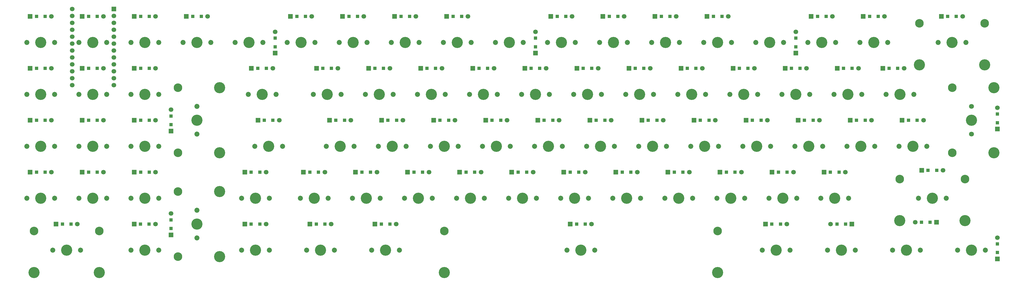
<source format=gts>
G04 #@! TF.GenerationSoftware,KiCad,Pcbnew,5.1.6*
G04 #@! TF.CreationDate,2020-07-30T11:30:43-04:00*
G04 #@! TF.ProjectId,southpawpcb,736f7574-6870-4617-9770-63622e6b6963,rev?*
G04 #@! TF.SameCoordinates,Original*
G04 #@! TF.FileFunction,Soldermask,Top*
G04 #@! TF.FilePolarity,Negative*
%FSLAX46Y46*%
G04 Gerber Fmt 4.6, Leading zero omitted, Abs format (unit mm)*
G04 Created by KiCad (PCBNEW 5.1.6) date 2020-07-30 11:30:43*
%MOMM*%
%LPD*%
G01*
G04 APERTURE LIST*
%ADD10R,1.700000X1.700000*%
%ADD11C,1.700000*%
%ADD12C,4.087800*%
%ADD13C,1.850000*%
%ADD14R,1.300000X1.300000*%
%ADD15C,3.148000*%
%ADD16C,1.801800*%
G04 APERTURE END LIST*
D10*
G04 #@! TO.C,U1*
X50582500Y23457600D03*
D11*
X50582500Y20917600D03*
X50582500Y18377600D03*
X50582500Y15837600D03*
X50582500Y13297600D03*
X50582500Y10757600D03*
X50582500Y8217600D03*
X50582500Y5677600D03*
X50582500Y3137600D03*
X50582500Y597600D03*
X50582500Y-1942400D03*
X50582500Y-4482400D03*
X35342500Y-4482400D03*
X35342500Y-1942400D03*
X35342500Y597600D03*
X35342500Y3137600D03*
X35342500Y5677600D03*
X35342500Y8217600D03*
X35342500Y10757600D03*
X35342500Y13297600D03*
X35342500Y15837600D03*
X35342500Y18377600D03*
X35342500Y20917600D03*
X35342500Y23457600D03*
G04 #@! TD*
D12*
G04 #@! TO.C,K46*
X228643000Y-26900000D03*
D13*
X223563000Y-26900000D03*
X233723000Y-26900000D03*
G04 #@! TD*
D14*
G04 #@! TO.C,D7*
X136581000Y20725000D03*
X139731000Y20725000D03*
D10*
X134256000Y20725000D03*
D11*
X142056000Y20725000D03*
G04 #@! TD*
D12*
G04 #@! TO.C,K65*
X257219000Y-45950000D03*
D13*
X252139000Y-45950000D03*
X262299000Y-45950000D03*
G04 #@! TD*
D11*
G04 #@! TO.C,D48*
X270643000Y-17375000D03*
D10*
X262843000Y-17375000D03*
D14*
X268318000Y-17375000D03*
X265168000Y-17375000D03*
G04 #@! TD*
D12*
G04 #@! TO.C,K77*
X316750000Y-65000000D03*
D13*
X311670000Y-65000000D03*
X321830000Y-65000000D03*
G04 #@! TD*
D14*
G04 #@! TO.C,D72*
X100819000Y-55475000D03*
X103969000Y-55475000D03*
D10*
X98494000Y-55475000D03*
D11*
X106294000Y-55475000D03*
G04 #@! TD*
D13*
G04 #@! TO.C,K59*
X147999000Y-45950000D03*
X137839000Y-45950000D03*
D12*
X142919000Y-45950000D03*
G04 #@! TD*
D14*
G04 #@! TO.C,D39*
X60381200Y-17375000D03*
X63531200Y-17375000D03*
D10*
X58056200Y-17375000D03*
D11*
X65856200Y-17375000D03*
G04 #@! TD*
D13*
G04 #@! TO.C,K25*
X152761000Y-7850000D03*
X142601000Y-7850000D03*
D12*
X147681000Y-7850000D03*
G04 #@! TD*
G04 #@! TO.C,K8*
X157206000Y11200000D03*
D13*
X152126000Y11200000D03*
X162286000Y11200000D03*
G04 #@! TD*
D11*
G04 #@! TO.C,D2*
X46806200Y20725000D03*
D10*
X39006200Y20725000D03*
D14*
X44481200Y20725000D03*
X41331200Y20725000D03*
G04 #@! TD*
D11*
G04 #@! TO.C,D50*
X308743000Y-17375000D03*
D10*
X300943000Y-17375000D03*
D14*
X306418000Y-17375000D03*
X303268000Y-17375000D03*
G04 #@! TD*
D12*
G04 #@! TO.C,K28*
X204831000Y-7850000D03*
D13*
X199751000Y-7850000D03*
X209911000Y-7850000D03*
G04 #@! TD*
D14*
G04 #@! TO.C,D21*
X60381200Y1675000D03*
X63531200Y1675000D03*
D10*
X58056200Y1675000D03*
D11*
X65856200Y1675000D03*
G04 #@! TD*
G04 #@! TO.C,D53*
X27756200Y-36425000D03*
D10*
X19956200Y-36425000D03*
D14*
X25431200Y-36425000D03*
X22281200Y-36425000D03*
G04 #@! TD*
D11*
G04 #@! TO.C,D26*
X170631000Y1675000D03*
D10*
X162831000Y1675000D03*
D14*
X168306000Y1675000D03*
X165156000Y1675000D03*
G04 #@! TD*
G04 #@! TO.C,D60*
X160394000Y-36425000D03*
X163544000Y-36425000D03*
D10*
X158069000Y-36425000D03*
D11*
X165869000Y-36425000D03*
G04 #@! TD*
G04 #@! TO.C,D42*
X156343000Y-17375000D03*
D10*
X148543000Y-17375000D03*
D14*
X154018000Y-17375000D03*
X150868000Y-17375000D03*
G04 #@! TD*
D11*
G04 #@! TO.C,D4*
X84906200Y20725000D03*
D10*
X77106200Y20725000D03*
D14*
X82581200Y20725000D03*
X79431200Y20725000D03*
G04 #@! TD*
D12*
G04 #@! TO.C,K27*
X185781000Y-7850000D03*
D13*
X180701000Y-7850000D03*
X190861000Y-7850000D03*
G04 #@! TD*
D14*
G04 #@! TO.C,D3*
X60381200Y20725000D03*
X63531200Y20725000D03*
D10*
X58056200Y20725000D03*
D11*
X65856200Y20725000D03*
G04 #@! TD*
D12*
G04 #@! TO.C,K5*
X100056000Y11200000D03*
D13*
X94976000Y11200000D03*
X105136000Y11200000D03*
G04 #@! TD*
G04 #@! TO.C,K64*
X243249000Y-45950000D03*
X233089000Y-45950000D03*
D12*
X238169000Y-45950000D03*
G04 #@! TD*
D14*
G04 #@! TO.C,D25*
X146106000Y1675000D03*
X149256000Y1675000D03*
D10*
X143781000Y1675000D03*
D11*
X151581000Y1675000D03*
G04 #@! TD*
G04 #@! TO.C,D71*
X65812500Y-55475000D03*
D10*
X58012500Y-55475000D03*
D14*
X63487500Y-55475000D03*
X60337500Y-55475000D03*
G04 #@! TD*
D13*
G04 #@! TO.C,K67*
X300399000Y-45950000D03*
X290239000Y-45950000D03*
D12*
X295319000Y-45950000D03*
G04 #@! TD*
D11*
G04 #@! TO.C,D78*
X343762000Y-54768800D03*
D10*
X351562000Y-54768800D03*
D14*
X346087000Y-54768800D03*
X349237000Y-54768800D03*
G04 #@! TD*
D11*
G04 #@! TO.C,D77*
X312806000Y-55475000D03*
D10*
X320606000Y-55475000D03*
D14*
X315131000Y-55475000D03*
X318281000Y-55475000D03*
G04 #@! TD*
G04 #@! TO.C,D45*
X208018000Y-17375000D03*
X211168000Y-17375000D03*
D10*
X205693000Y-17375000D03*
D11*
X213493000Y-17375000D03*
G04 #@! TD*
G04 #@! TO.C,D16*
X313506000Y20725000D03*
D10*
X305706000Y20725000D03*
D14*
X311181000Y20725000D03*
X308031000Y20725000D03*
G04 #@! TD*
D12*
G04 #@! TO.C,K26*
X166731000Y-7850000D03*
D13*
X161651000Y-7850000D03*
X171811000Y-7850000D03*
G04 #@! TD*
G04 #@! TO.C,K6*
X124186000Y11200000D03*
X114026000Y11200000D03*
D12*
X119106000Y11200000D03*
G04 #@! TD*
D11*
G04 #@! TO.C,D22*
X71481200Y-13475000D03*
D10*
X71481200Y-21275000D03*
D14*
X71481200Y-15800000D03*
X71481200Y-18950000D03*
G04 #@! TD*
D11*
G04 #@! TO.C,D10*
X204831000Y15100000D03*
D10*
X204831000Y7300000D03*
D14*
X204831000Y12775000D03*
X204831000Y9625000D03*
G04 #@! TD*
D13*
G04 #@! TO.C,K30*
X248011000Y-7850000D03*
X237851000Y-7850000D03*
D12*
X242931000Y-7850000D03*
G04 #@! TD*
D14*
G04 #@! TO.C,D54*
X41331200Y-36425000D03*
X44481200Y-36425000D03*
D10*
X39006200Y-36425000D03*
D11*
X46806200Y-36425000D03*
G04 #@! TD*
D14*
G04 #@! TO.C,D19*
X22281200Y1675000D03*
X25431200Y1675000D03*
D10*
X19956200Y1675000D03*
D11*
X27756200Y1675000D03*
G04 #@! TD*
D13*
G04 #@! TO.C,K35*
X343261000Y-7850000D03*
X333101000Y-7850000D03*
D12*
X338181000Y-7850000D03*
G04 #@! TD*
D14*
G04 #@! TO.C,D57*
X100819000Y-36425000D03*
X103969000Y-36425000D03*
D10*
X98494000Y-36425000D03*
D11*
X106294000Y-36425000D03*
G04 #@! TD*
D13*
G04 #@! TO.C,K31*
X267061000Y-7850000D03*
X256901000Y-7850000D03*
D12*
X261981000Y-7850000D03*
G04 #@! TD*
D14*
G04 #@! TO.C,D47*
X246118000Y-17375000D03*
X249268000Y-17375000D03*
D10*
X243793000Y-17375000D03*
D11*
X251593000Y-17375000D03*
G04 #@! TD*
D14*
G04 #@! TO.C,D15*
X300081000Y9625000D03*
X300081000Y12775000D03*
D10*
X300081000Y7300000D03*
D11*
X300081000Y15100000D03*
G04 #@! TD*
G04 #@! TO.C,D67*
X299219000Y-36425000D03*
D10*
X291419000Y-36425000D03*
D14*
X296894000Y-36425000D03*
X293744000Y-36425000D03*
G04 #@! TD*
D12*
G04 #@! TO.C,K40*
X107200000Y-26900000D03*
D13*
X102120000Y-26900000D03*
X112280000Y-26900000D03*
G04 #@! TD*
D12*
G04 #@! TO.C,K63*
X219119000Y-45950000D03*
D13*
X214039000Y-45950000D03*
X224199000Y-45950000D03*
G04 #@! TD*
G04 #@! TO.C,K41*
X138473000Y-26900000D03*
X128313000Y-26900000D03*
D12*
X133393000Y-26900000D03*
G04 #@! TD*
D11*
G04 #@! TO.C,D36*
X373856000Y-12768800D03*
D10*
X373856000Y-20568800D03*
D14*
X373856000Y-15093800D03*
X373856000Y-18243800D03*
G04 #@! TD*
G04 #@! TO.C,D62*
X198494000Y-36425000D03*
X201644000Y-36425000D03*
D10*
X196169000Y-36425000D03*
D11*
X203969000Y-36425000D03*
G04 #@! TD*
D14*
G04 #@! TO.C,D61*
X179444000Y-36425000D03*
X182594000Y-36425000D03*
D10*
X177119000Y-36425000D03*
D11*
X184919000Y-36425000D03*
G04 #@! TD*
G04 #@! TO.C,D52*
X346800000Y-17375000D03*
D10*
X339000000Y-17375000D03*
D14*
X344475000Y-17375000D03*
X341325000Y-17375000D03*
G04 #@! TD*
D12*
G04 #@! TO.C,K43*
X171493000Y-26900000D03*
D13*
X166413000Y-26900000D03*
X176573000Y-26900000D03*
G04 #@! TD*
G04 #@! TO.C,K73*
X131286000Y-65000000D03*
X121126000Y-65000000D03*
D12*
X126206000Y-65000000D03*
G04 #@! TD*
D14*
G04 #@! TO.C,D37*
X22281200Y-17375000D03*
X25431200Y-17375000D03*
D10*
X19956200Y-17375000D03*
D11*
X27756200Y-17375000D03*
G04 #@! TD*
D12*
G04 #@! TO.C,K49*
X285793000Y-26900000D03*
D13*
X280713000Y-26900000D03*
X290873000Y-26900000D03*
G04 #@! TD*
G04 #@! TO.C,K72*
X107474000Y-65000000D03*
X97314000Y-65000000D03*
D12*
X102394000Y-65000000D03*
G04 #@! TD*
D14*
G04 #@! TO.C,D65*
X255644000Y-36425000D03*
X258794000Y-36425000D03*
D10*
X253319000Y-36425000D03*
D11*
X261119000Y-36425000D03*
G04 #@! TD*
D12*
G04 #@! TO.C,K15*
X290556000Y11200000D03*
D13*
X285476000Y11200000D03*
X295636000Y11200000D03*
G04 #@! TD*
D14*
G04 #@! TO.C,D14*
X269931000Y20725000D03*
X273081000Y20725000D03*
D10*
X267606000Y20725000D03*
D11*
X275406000Y20725000D03*
G04 #@! TD*
D14*
G04 #@! TO.C,D68*
X312750000Y-36425000D03*
X315900000Y-36425000D03*
D10*
X310425000Y-36425000D03*
D11*
X318225000Y-36425000D03*
G04 #@! TD*
G04 #@! TO.C,D18*
X361131000Y20725000D03*
D10*
X353331000Y20725000D03*
D14*
X358806000Y20725000D03*
X355656000Y20725000D03*
G04 #@! TD*
D11*
G04 #@! TO.C,D38*
X46806200Y-17375000D03*
D10*
X39006200Y-17375000D03*
D14*
X44481200Y-17375000D03*
X41331200Y-17375000D03*
G04 #@! TD*
D11*
G04 #@! TO.C,D12*
X237306000Y20725000D03*
D10*
X229506000Y20725000D03*
D14*
X234981000Y20725000D03*
X231831000Y20725000D03*
G04 #@! TD*
D12*
G04 #@! TO.C,K22*
X89261200Y-5437000D03*
X89261200Y-29313000D03*
D15*
X74021200Y-5437000D03*
X74021200Y-29313000D03*
D13*
X81006200Y-12295000D03*
X81006200Y-22455000D03*
D12*
X81006200Y-17375000D03*
G04 #@! TD*
D11*
G04 #@! TO.C,D58*
X127769000Y-36425000D03*
D10*
X119969000Y-36425000D03*
D14*
X125444000Y-36425000D03*
X122294000Y-36425000D03*
G04 #@! TD*
D11*
G04 #@! TO.C,D34*
X323031000Y1675000D03*
D10*
X315231000Y1675000D03*
D14*
X320706000Y1675000D03*
X317556000Y1675000D03*
G04 #@! TD*
D11*
G04 #@! TO.C,D20*
X46806200Y1675000D03*
D10*
X39006200Y1675000D03*
D14*
X44481200Y1675000D03*
X41331200Y1675000D03*
G04 #@! TD*
G04 #@! TO.C,D69*
X348469000Y-35718800D03*
X351619000Y-35718800D03*
D10*
X346144000Y-35718800D03*
D11*
X353944000Y-35718800D03*
G04 #@! TD*
D13*
G04 #@! TO.C,K16*
X314686000Y11200000D03*
X304526000Y11200000D03*
D12*
X309606000Y11200000D03*
G04 #@! TD*
D13*
G04 #@! TO.C,K37*
X28936200Y-26900000D03*
X18776200Y-26900000D03*
D12*
X23856200Y-26900000D03*
G04 #@! TD*
G04 #@! TO.C,K9*
X176256000Y11200000D03*
D13*
X171176000Y11200000D03*
X181336000Y11200000D03*
G04 #@! TD*
D12*
G04 #@! TO.C,K54*
X42906200Y-45950000D03*
D13*
X37826200Y-45950000D03*
X47986200Y-45950000D03*
G04 #@! TD*
D12*
G04 #@! TO.C,K51*
X323893000Y-26900000D03*
D13*
X318813000Y-26900000D03*
X328973000Y-26900000D03*
G04 #@! TD*
D12*
G04 #@! TO.C,K11*
X214356000Y11200000D03*
D13*
X209276000Y11200000D03*
X219436000Y11200000D03*
G04 #@! TD*
G04 #@! TO.C,K14*
X276586000Y11200000D03*
X266426000Y11200000D03*
D12*
X271506000Y11200000D03*
G04 #@! TD*
D11*
G04 #@! TO.C,D40*
X111100000Y-17375000D03*
D10*
X103300000Y-17375000D03*
D14*
X108775000Y-17375000D03*
X105625000Y-17375000D03*
G04 #@! TD*
D13*
G04 #@! TO.C,K10*
X200386000Y11200000D03*
X190226000Y11200000D03*
D12*
X195306000Y11200000D03*
G04 #@! TD*
G04 #@! TO.C,K62*
X200069000Y-45950000D03*
D13*
X194989000Y-45950000D03*
X205149000Y-45950000D03*
G04 #@! TD*
D12*
G04 #@! TO.C,K60*
X161969000Y-45950000D03*
D13*
X156889000Y-45950000D03*
X167049000Y-45950000D03*
G04 #@! TD*
D12*
G04 #@! TO.C,K58*
X123869000Y-45950000D03*
D13*
X118789000Y-45950000D03*
X128949000Y-45950000D03*
G04 #@! TD*
D12*
G04 #@! TO.C,K38*
X42906200Y-26900000D03*
D13*
X37826200Y-26900000D03*
X47986200Y-26900000D03*
G04 #@! TD*
D11*
G04 #@! TO.C,D56*
X71481200Y-51575000D03*
D10*
X71481200Y-59375000D03*
D14*
X71481200Y-53900000D03*
X71481200Y-57050000D03*
G04 #@! TD*
D13*
G04 #@! TO.C,K55*
X67036200Y-45950000D03*
X56876200Y-45950000D03*
D12*
X61956200Y-45950000D03*
G04 #@! TD*
D13*
G04 #@! TO.C,K50*
X309923000Y-26900000D03*
X299763000Y-26900000D03*
D12*
X304843000Y-26900000D03*
G04 #@! TD*
G04 #@! TO.C,K56*
X89261200Y-43537000D03*
X89261200Y-67413000D03*
D15*
X74021200Y-43537000D03*
X74021200Y-67413000D03*
D13*
X81006200Y-50395000D03*
X81006200Y-60555000D03*
D12*
X81006200Y-55475000D03*
G04 #@! TD*
D13*
G04 #@! TO.C,K39*
X67036200Y-26900000D03*
X56876200Y-26900000D03*
D12*
X61956200Y-26900000D03*
G04 #@! TD*
D13*
G04 #@! TO.C,K12*
X238486000Y11200000D03*
X228326000Y11200000D03*
D12*
X233406000Y11200000D03*
G04 #@! TD*
D14*
G04 #@! TO.C,D23*
X103244000Y1675000D03*
X106394000Y1675000D03*
D10*
X100919000Y1675000D03*
D11*
X108719000Y1675000D03*
G04 #@! TD*
D13*
G04 #@! TO.C,K61*
X186099000Y-45950000D03*
X175939000Y-45950000D03*
D12*
X181019000Y-45950000D03*
G04 #@! TD*
G04 #@! TO.C,K48*
X266743000Y-26900000D03*
D13*
X261663000Y-26900000D03*
X271823000Y-26900000D03*
G04 #@! TD*
G04 #@! TO.C,K53*
X28936200Y-45950000D03*
X18776200Y-45950000D03*
D12*
X23856200Y-45950000D03*
G04 #@! TD*
G04 #@! TO.C,K76*
X292938000Y-65000000D03*
D13*
X287858000Y-65000000D03*
X298018000Y-65000000D03*
G04 #@! TD*
D14*
G04 #@! TO.C,D17*
X327081000Y20725000D03*
X330231000Y20725000D03*
D10*
X324756000Y20725000D03*
D11*
X332556000Y20725000D03*
G04 #@! TD*
D12*
G04 #@! TO.C,K42*
X152443000Y-26900000D03*
D13*
X147363000Y-26900000D03*
X157523000Y-26900000D03*
G04 #@! TD*
G04 #@! TO.C,K20*
X47986200Y-7850000D03*
X37826200Y-7850000D03*
D12*
X42906200Y-7850000D03*
G04 #@! TD*
D13*
G04 #@! TO.C,K44*
X195623000Y-26900000D03*
X185463000Y-26900000D03*
D12*
X190543000Y-26900000D03*
G04 #@! TD*
D11*
G04 #@! TO.C,D32*
X284931000Y1675000D03*
D10*
X277131000Y1675000D03*
D14*
X282606000Y1675000D03*
X279456000Y1675000D03*
G04 #@! TD*
D12*
G04 #@! TO.C,K29*
X223881000Y-7850000D03*
D13*
X218801000Y-7850000D03*
X228961000Y-7850000D03*
G04 #@! TD*
D14*
G04 #@! TO.C,D31*
X260406000Y1675000D03*
X263556000Y1675000D03*
D10*
X258081000Y1675000D03*
D11*
X265881000Y1675000D03*
G04 #@! TD*
D14*
G04 #@! TO.C,D9*
X174681000Y20725000D03*
X177831000Y20725000D03*
D10*
X172356000Y20725000D03*
D11*
X180156000Y20725000D03*
G04 #@! TD*
D13*
G04 #@! TO.C,K21*
X67036200Y-7850000D03*
X56876200Y-7850000D03*
D12*
X61956200Y-7850000D03*
G04 #@! TD*
D11*
G04 #@! TO.C,D64*
X242069000Y-36425000D03*
D10*
X234269000Y-36425000D03*
D14*
X239744000Y-36425000D03*
X236594000Y-36425000D03*
G04 #@! TD*
D11*
G04 #@! TO.C,D74*
X153919000Y-55475000D03*
D10*
X146119000Y-55475000D03*
D14*
X151594000Y-55475000D03*
X148444000Y-55475000D03*
G04 #@! TD*
D12*
G04 #@! TO.C,K3*
X61956200Y11200000D03*
D13*
X56876200Y11200000D03*
X67036200Y11200000D03*
G04 #@! TD*
D11*
G04 #@! TO.C,D76*
X296794000Y-55475000D03*
D10*
X288994000Y-55475000D03*
D14*
X294469000Y-55475000D03*
X291319000Y-55475000D03*
G04 #@! TD*
G04 #@! TO.C,D49*
X284218000Y-17375000D03*
X287368000Y-17375000D03*
D10*
X281893000Y-17375000D03*
D11*
X289693000Y-17375000D03*
G04 #@! TD*
D13*
G04 #@! TO.C,K4*
X86086200Y11200000D03*
X75926200Y11200000D03*
D12*
X81006200Y11200000D03*
G04 #@! TD*
D13*
G04 #@! TO.C,K2*
X47986200Y11200000D03*
X37826200Y11200000D03*
D12*
X42906200Y11200000D03*
G04 #@! TD*
D14*
G04 #@! TO.C,D70*
X31762500Y-55475000D03*
X34912500Y-55475000D03*
D10*
X29437500Y-55475000D03*
D11*
X37237500Y-55475000D03*
G04 #@! TD*
D12*
G04 #@! TO.C,K7*
X138156000Y11200000D03*
D13*
X133076000Y11200000D03*
X143236000Y11200000D03*
G04 #@! TD*
D12*
G04 #@! TO.C,K23*
X104819000Y-7850000D03*
D13*
X99739000Y-7850000D03*
X109899000Y-7850000D03*
G04 #@! TD*
D11*
G04 #@! TO.C,D75*
X225356000Y-55475000D03*
D10*
X217556000Y-55475000D03*
D14*
X223031000Y-55475000D03*
X219881000Y-55475000D03*
G04 #@! TD*
D13*
G04 #@! TO.C,K66*
X281349000Y-45950000D03*
X271189000Y-45950000D03*
D12*
X276269000Y-45950000D03*
G04 #@! TD*
D11*
G04 #@! TO.C,D8*
X161106000Y20725000D03*
D10*
X153306000Y20725000D03*
D14*
X158781000Y20725000D03*
X155631000Y20725000D03*
G04 #@! TD*
G04 #@! TO.C,D28*
X203256000Y1675000D03*
X206406000Y1675000D03*
D10*
X200931000Y1675000D03*
D11*
X208731000Y1675000D03*
G04 #@! TD*
D14*
G04 #@! TO.C,D13*
X250881000Y20725000D03*
X254031000Y20725000D03*
D10*
X248556000Y20725000D03*
D11*
X256356000Y20725000D03*
G04 #@! TD*
D12*
G04 #@! TO.C,K13*
X252456000Y11200000D03*
D13*
X247376000Y11200000D03*
X257536000Y11200000D03*
G04 #@! TD*
D14*
G04 #@! TO.C,D66*
X274694000Y-36425000D03*
X277844000Y-36425000D03*
D10*
X272369000Y-36425000D03*
D11*
X280169000Y-36425000D03*
G04 #@! TD*
G04 #@! TO.C,D6*
X123006000Y20725000D03*
D10*
X115206000Y20725000D03*
D14*
X120681000Y20725000D03*
X117531000Y20725000D03*
G04 #@! TD*
D11*
G04 #@! TO.C,D44*
X194443000Y-17375000D03*
D10*
X186643000Y-17375000D03*
D14*
X192118000Y-17375000D03*
X188968000Y-17375000D03*
G04 #@! TD*
D12*
G04 #@! TO.C,K32*
X281031000Y-7850000D03*
D13*
X275951000Y-7850000D03*
X286111000Y-7850000D03*
G04 #@! TD*
G04 #@! TO.C,K45*
X214673000Y-26900000D03*
X204513000Y-26900000D03*
D12*
X209593000Y-26900000D03*
G04 #@! TD*
D11*
G04 #@! TO.C,D46*
X232543000Y-17375000D03*
D10*
X224743000Y-17375000D03*
D14*
X230218000Y-17375000D03*
X227068000Y-17375000D03*
G04 #@! TD*
D13*
G04 #@! TO.C,K78*
X345642000Y-65000000D03*
X335482000Y-65000000D03*
D12*
X340562000Y-65000000D03*
G04 #@! TD*
D13*
G04 #@! TO.C,K34*
X324211000Y-7850000D03*
X314051000Y-7850000D03*
D12*
X319131000Y-7850000D03*
G04 #@! TD*
D13*
G04 #@! TO.C,K17*
X333736000Y11200000D03*
X323576000Y11200000D03*
D12*
X328656000Y11200000D03*
G04 #@! TD*
D13*
G04 #@! TO.C,K47*
X252773000Y-26900000D03*
X242613000Y-26900000D03*
D12*
X247693000Y-26900000D03*
G04 #@! TD*
G04 #@! TO.C,K33*
X300081000Y-7850000D03*
D13*
X295001000Y-7850000D03*
X305161000Y-7850000D03*
G04 #@! TD*
D12*
G04 #@! TO.C,K18*
X357231000Y11200000D03*
D13*
X352151000Y11200000D03*
X362311000Y11200000D03*
D15*
X345293000Y18185000D03*
X369169000Y18185000D03*
D12*
X345293000Y2945000D03*
X369169000Y2945000D03*
G04 #@! TD*
D14*
G04 #@! TO.C,D51*
X322318000Y-17375000D03*
X325468000Y-17375000D03*
D10*
X319993000Y-17375000D03*
D11*
X327793000Y-17375000D03*
G04 #@! TD*
D14*
G04 #@! TO.C,D11*
X212781000Y20725000D03*
X215931000Y20725000D03*
D10*
X210456000Y20725000D03*
D11*
X218256000Y20725000D03*
G04 #@! TD*
G04 #@! TO.C,D63*
X223019000Y-36425000D03*
D10*
X215219000Y-36425000D03*
D14*
X220694000Y-36425000D03*
X217544000Y-36425000D03*
G04 #@! TD*
G04 #@! TO.C,D29*
X222306000Y1675000D03*
X225456000Y1675000D03*
D10*
X219981000Y1675000D03*
D11*
X227781000Y1675000D03*
G04 #@! TD*
D14*
G04 #@! TO.C,D55*
X60381200Y-36425000D03*
X63531200Y-36425000D03*
D10*
X58056200Y-36425000D03*
D11*
X65856200Y-36425000D03*
G04 #@! TD*
D14*
G04 #@! TO.C,D5*
X109581000Y9625000D03*
X109581000Y12775000D03*
D10*
X109581000Y7300000D03*
D11*
X109581000Y15100000D03*
G04 #@! TD*
D14*
G04 #@! TO.C,D43*
X169918000Y-17375000D03*
X173068000Y-17375000D03*
D10*
X167593000Y-17375000D03*
D11*
X175393000Y-17375000D03*
G04 #@! TD*
G04 #@! TO.C,D73*
X130106000Y-55475000D03*
D10*
X122306000Y-55475000D03*
D14*
X127781000Y-55475000D03*
X124631000Y-55475000D03*
G04 #@! TD*
G04 #@! TO.C,D33*
X298506000Y1675000D03*
X301656000Y1675000D03*
D10*
X296181000Y1675000D03*
D11*
X303981000Y1675000D03*
G04 #@! TD*
G04 #@! TO.C,D30*
X246831000Y1675000D03*
D10*
X239031000Y1675000D03*
D14*
X244506000Y1675000D03*
X241356000Y1675000D03*
G04 #@! TD*
D12*
G04 #@! TO.C,K19*
X23856200Y-7850000D03*
D13*
X18776200Y-7850000D03*
X28936200Y-7850000D03*
G04 #@! TD*
D14*
G04 #@! TO.C,D35*
X334225000Y1675000D03*
X337375000Y1675000D03*
D10*
X331900000Y1675000D03*
D11*
X339700000Y1675000D03*
G04 #@! TD*
D13*
G04 #@! TO.C,K24*
X133711000Y-7850000D03*
X123551000Y-7850000D03*
D12*
X128631000Y-7850000D03*
G04 #@! TD*
D11*
G04 #@! TO.C,D24*
X132531000Y1675000D03*
D10*
X124731000Y1675000D03*
D14*
X130206000Y1675000D03*
X127056000Y1675000D03*
G04 #@! TD*
D11*
G04 #@! TO.C,D59*
X146819000Y-36425000D03*
D10*
X139019000Y-36425000D03*
D14*
X144494000Y-36425000D03*
X141344000Y-36425000D03*
G04 #@! TD*
G04 #@! TO.C,D41*
X131818000Y-17375000D03*
X134968000Y-17375000D03*
D10*
X129493000Y-17375000D03*
D11*
X137293000Y-17375000D03*
G04 #@! TD*
D14*
G04 #@! TO.C,D1*
X22281200Y20725000D03*
X25431200Y20725000D03*
D10*
X19956200Y20725000D03*
D11*
X27756200Y20725000D03*
G04 #@! TD*
G04 #@! TO.C,D27*
X189681000Y1675000D03*
D10*
X181881000Y1675000D03*
D14*
X187356000Y1675000D03*
X184206000Y1675000D03*
G04 #@! TD*
D12*
G04 #@! TO.C,K1*
X23856200Y11200000D03*
D13*
X18776200Y11200000D03*
X28936200Y11200000D03*
G04 #@! TD*
D14*
G04 #@! TO.C,D79*
X373856000Y-65868800D03*
X373856000Y-62718800D03*
D10*
X373856000Y-68193800D03*
D11*
X373856000Y-60393800D03*
G04 #@! TD*
D13*
G04 #@! TO.C,K52*
X347980000Y-26900000D03*
X337820000Y-26900000D03*
D12*
X342900000Y-26900000D03*
G04 #@! TD*
G04 #@! TO.C,K57*
X102394000Y-45950000D03*
D13*
X97314000Y-45950000D03*
X107474000Y-45950000D03*
G04 #@! TD*
D12*
G04 #@! TO.C,K68*
X314325000Y-45950000D03*
D13*
X309245000Y-45950000D03*
X319405000Y-45950000D03*
G04 #@! TD*
D12*
G04 #@! TO.C,K69*
X350050000Y-45950000D03*
D13*
X344970000Y-45950000D03*
X355130000Y-45950000D03*
D15*
X338112000Y-38965000D03*
X361988000Y-38965000D03*
D12*
X338112000Y-54205000D03*
X361988000Y-54205000D03*
G04 #@! TD*
G04 #@! TO.C,K70*
X33337500Y-65000000D03*
D13*
X28257500Y-65000000D03*
X38417500Y-65000000D03*
D15*
X21399500Y-58015000D03*
X45275500Y-58015000D03*
D12*
X21399500Y-73255000D03*
X45275500Y-73255000D03*
G04 #@! TD*
G04 #@! TO.C,K71*
X61912500Y-65000000D03*
D13*
X56832500Y-65000000D03*
X66992500Y-65000000D03*
G04 #@! TD*
D12*
G04 #@! TO.C,K74*
X150019000Y-65000000D03*
D13*
X144939000Y-65000000D03*
X155099000Y-65000000D03*
G04 #@! TD*
D12*
G04 #@! TO.C,K75*
X221460000Y-65000000D03*
D13*
X216380000Y-65000000D03*
X226540000Y-65000000D03*
D15*
X171460100Y-58015000D03*
X271459900Y-58015000D03*
D12*
X171460100Y-73255000D03*
X271459900Y-73255000D03*
G04 #@! TD*
D13*
G04 #@! TO.C,K79*
X369420000Y-65000000D03*
X359260000Y-65000000D03*
D12*
X364340000Y-65000000D03*
G04 #@! TD*
G04 #@! TO.C,K36*
X364340000Y-17370000D03*
D16*
X364340000Y-12290000D03*
X364340000Y-22450000D03*
D15*
X357355000Y-29308000D03*
X357355000Y-5432000D03*
D12*
X372595000Y-29308000D03*
X372595000Y-5432000D03*
G04 #@! TD*
M02*

</source>
